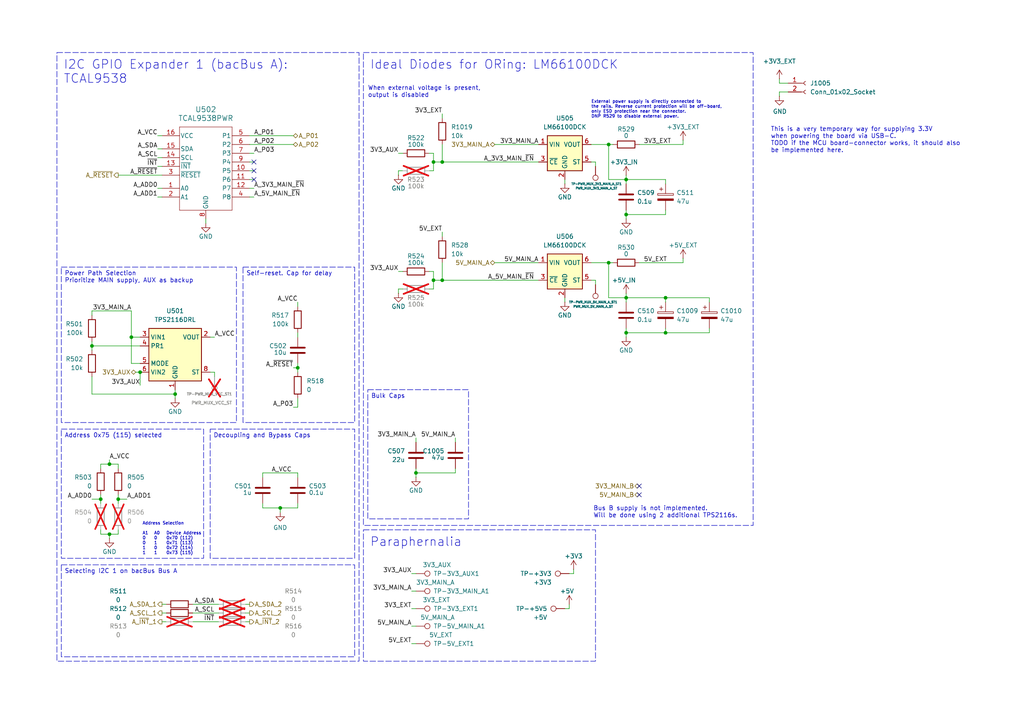
<source format=kicad_sch>
(kicad_sch (version 20231120) (generator "eeschema") (generator_version "8.0")
  (paper "A4")
  (title_block (title "bac SBC Raspberry Pi CM5 Carrier Board v1") (date "2025-03-23") (rev "1") (company "Build a CubeSat") (comment 1 "Original: P. Colangeli, respin: M. Imboden") (comment 2 "CERN-OHL-S-2.0") (comment 3 "https://buildacubesat.space") (comment 4 "Respun from \"CM5 MINIMA REV2\" by Pierluigi Colangeli") (comment 5 "https://github.com/piecol/CM5_MINIMA_REV2") (comment 6 "Thanks, Pier!"))
  (lib_symbols
    (symbol "Connector:Conn_01x02_Socket" (pin_names (offset 1.016) hide)
      (property "Reference" "J" (at 0 2.54 0))
      (property "Value" "Conn_01x02_Socket" (at 0 -5.08 0))
      (symbol "Conn_01x02_Socket_1_1"
        (arc (start 0 -2.032) (mid -0.5058 -2.54) (end 0 -3.048) (stroke (width 0.1524)))
        (polyline (pts (xy -1.27 -2.54) (xy -0.508 -2.54)) (stroke (width 0.1524)))
        (polyline (pts (xy -1.27 0) (xy -0.508 0)) (stroke (width 0.1524)))
        (arc (start 0 0.508) (mid -0.5058 0) (end 0 -0.508) (stroke (width 0.1524)))
        (pin passive line (at -5.08 0 0) (length 3.81) (name "Pin_1") (number "1"))
        (pin passive line (at -5.08 -2.54 0) (length 3.81) (name "Pin_2") (number "2"))
      )
    )
    (symbol "Connector:TestPoint" (pin_numbers hide) (pin_names (offset 0.762) hide)
      (property "Reference" "TP" (at 0 6.858 0))
      (property "Value" "TestPoint" (at 0 5.08 0))
      (symbol "TestPoint_0_1"
        (circle (center 0 3.302) (radius 0.762))
      )
      (symbol "TestPoint_1_1"
        (pin passive line (at 0 0 90) (length 2.54) (name "1") (number "1"))
      )
    )
    (symbol "Device:C" (pin_numbers hide) (pin_names (offset 0.254))
      (property "Reference" "C" (at 0.635 2.54 0))
      (property "Value" "C" (at 0.635 -2.54 0))
      (symbol "C_0_1"
        (polyline (pts (xy -2.032 -0.762) (xy 2.032 -0.762)) (stroke (width 0.508)))
        (polyline (pts (xy -2.032 0.762) (xy 2.032 0.762)) (stroke (width 0.508)))
      )
      (symbol "C_1_1"
        (pin passive line (at 0 3.81 270) (length 2.794) (name "~") (number "1"))
        (pin passive line (at 0 -3.81 90) (length 2.794) (name "~") (number "2"))
      )
    )
    (symbol "Device:C_Polarized" (pin_numbers hide) (pin_names (offset 0.254))
      (property "Reference" "C" (at 0.635 2.54 0))
      (property "Value" "C_Polarized" (at 0.635 -2.54 0))
      (symbol "C_Polarized_0_1"
        (rectangle (start -2.286 0.508) (end 2.286 1.016))
        (polyline (pts (xy -1.778 2.286) (xy -0.762 2.286)))
        (polyline (pts (xy -1.27 2.794) (xy -1.27 1.778)))
        (rectangle (start 2.286 -0.508) (end -2.286 -1.016) (fill (type outline)))
      )
      (symbol "C_Polarized_1_1"
        (pin passive line (at 0 3.81 270) (length 2.794) (name "~") (number "1"))
        (pin passive line (at 0 -3.81 90) (length 2.794) (name "~") (number "2"))
      )
    )
    (symbol "Device:R" (pin_numbers hide) (pin_names (offset 0))
      (property "Reference" "R" (at 2.032 0 90))
      (property "Value" "R" (at 0 0 90))
      (symbol "R_0_1"
        (rectangle (start -1.016 -2.54) (end 1.016 2.54) (stroke (width 0.254)))
      )
      (symbol "R_1_1"
        (pin passive line (at 0 3.81 270) (length 1.27) (name "~") (number "1"))
        (pin passive line (at 0 -3.81 90) (length 1.27) (name "~") (number "2"))
      )
    )
    (symbol "Power_Management:LM66100DCK"
      (property "Reference" "U" (at -5.08 6.096 0))
      (property "Value" "LM66100DCK" (at 0.254 -6.35 0))
      (symbol "LM66100DCK_0_1"
        (rectangle (start -5.08 5.08) (end 5.08 -5.08) (stroke (width 0.254)) (fill (type background)))
      )
      (symbol "LM66100DCK_1_1"
        (pin power_in line (at -7.62 2.54 0) (length 2.54) (name "VIN") (number "1"))
        (pin power_in line (at 0 -7.62 90) (length 2.54) (name "GND") (number "2"))
        (pin input line (at -7.62 -2.54 0) (length 2.54) (name "~{CE}") (number "3"))
        (pin no_connect line (at 0 5.08 270) (length 2.54) hide (name "NC") (number "4"))
        (pin open_collector line (at 7.62 -2.54 180) (length 2.54) (name "ST") (number "5"))
        (pin power_out line (at 7.62 2.54 180) (length 2.54) (name "VOUT") (number "6"))
      )
    )
    (symbol "bac MicroMod Main Board v1:TI TCAL9538PWR" (pin_names (offset 0.254))
      (property "Reference" "U" (at 0 17.78 0))
      (property "Value" "TI TCAL9538PWR" (at 0 15.24 0))
      (symbol "TI TCAL9538PWR_0_1"
        (polyline (pts (xy -7.62 -11.43) (xy -7.62 12.7)) (stroke (width 0.127)))
        (polyline (pts (xy -7.62 12.7) (xy 7.62 12.7)) (stroke (width 0.127)))
        (polyline (pts (xy 7.62 -11.43) (xy -7.62 -11.43)) (stroke (width 0.127)))
        (polyline (pts (xy 7.62 12.7) (xy 7.62 -11.43)) (stroke (width 0.127)))
        (pin input line (at -12.7 -5.08 0) (length 5.08) (name "A0") (number "1"))
        (pin bidirectional line (at 12.7 0 180) (length 5.08) (name "P5") (number "10"))
        (pin bidirectional line (at 12.7 -2.54 180) (length 5.08) (name "P6") (number "11"))
        (pin bidirectional line (at 12.7 -5.08 180) (length 5.08) (name "P7") (number "12"))
        (pin input line (at -12.7 3.81 0) (length 5.08) (name "SCL") (number "14"))
        (pin bidirectional line (at -12.7 6.35 0) (length 5.08) (name "SDA") (number "15"))
        (pin power_in line (at -12.7 10.16 0) (length 5.08) (name "VCC") (number "16"))
        (pin input line (at -12.7 -7.62 0) (length 5.08) (name "A1") (number "2"))
        (pin bidirectional line (at 12.7 10.16 180) (length 5.08) (name "P1") (number "5"))
        (pin bidirectional line (at 12.7 7.62 180) (length 5.08) (name "P2") (number "6"))
        (pin bidirectional line (at 12.7 5.08 180) (length 5.08) (name "P3") (number "7"))
        (pin bidirectional line (at 12.7 2.54 180) (length 5.08) (name "P4") (number "9"))
      )
      (symbol "TI TCAL9538PWR_1_1"
        (pin output line (at -12.7 1.27 0) (length 5.08) (name "~{INT}") (number "13"))
        (pin input line (at -12.7 -1.27 0) (length 5.08) (name "~{RESET}") (number "3"))
        (pin bidirectional line (at 12.7 -7.62 180) (length 5.08) (name "P8") (number "4"))
        (pin power_in line (at 0 -13.97 90) (length 2.54) (name "GND") (number "8"))
      )
    )
    (symbol "bac MicroMod Main Board v1:TI TPS2116DRL"
      (property "Reference" "U" (at -7.874 9.144 0))
      (property "Value" "TI TPS2116DRL" (at 0.508 -8.89 0))
      (symbol "TI TPS2116DRL_0_1"
        (rectangle (start -7.62 7.62) (end 7.62 -7.62) (stroke (width 0.254)) (fill (type background)))
      )
      (symbol "TI TPS2116DRL_1_0"
        (pin power_out line (at 10.16 5.08 180) (length 2.54) hide (name "VOUT") (number "7"))
      )
      (symbol "TI TPS2116DRL_1_1"
        (pin power_in line (at 0 -10.16 90) (length 2.54) (name "GND") (number "1"))
        (pin power_out line (at 10.16 5.08 180) (length 2.54) (name "VOUT") (number "2"))
        (pin power_in line (at -10.16 5.08 0) (length 2.54) (name "VIN1") (number "3"))
        (pin input line (at -10.16 2.54 0) (length 2.54) (name "PR1") (number "4"))
        (pin input line (at -10.16 -2.54 0) (length 2.54) (name "MODE") (number "5"))
        (pin power_in line (at -10.16 -5.08 0) (length 2.54) (name "VIN2") (number "6"))
        (pin open_collector line (at 10.16 -5.08 180) (length 2.54) (name "ST") (number "8"))
      )
    )
    (symbol "power:+3.3V" (power) (pin_numbers hide) (pin_names (offset 0) hide)
      (property "Value" "+3.3V" (at 0 3.556 0))
      (symbol "+3.3V_0_1"
        (polyline (pts (xy -0.762 1.27) (xy 0 2.54)))
        (polyline (pts (xy 0 0) (xy 0 2.54)))
        (polyline (pts (xy 0 2.54) (xy 0.762 1.27)))
      )
      (symbol "+3.3V_1_1"
        (pin power_in line (at 0 0 90) (length 0) (name "~") (number "1"))
      )
    )
    (symbol "power:+5V" (power) (pin_numbers hide) (pin_names (offset 0) hide)
      (property "Value" "+5V" (at 0 3.556 0))
      (symbol "+5V_0_1"
        (polyline (pts (xy -0.762 1.27) (xy 0 2.54)))
        (polyline (pts (xy 0 0) (xy 0 2.54)))
        (polyline (pts (xy 0 2.54) (xy 0.762 1.27)))
      )
      (symbol "+5V_1_1"
        (pin power_in line (at 0 0 90) (length 0) (name "~") (number "1"))
      )
    )
    (symbol "power:GND" (power) (pin_numbers hide) (pin_names (offset 0) hide)
      (property "Value" "GND" (at 0 -3.81 0))
      (symbol "GND_0_1"
        (polyline (pts (xy 0 0) (xy 0 -1.27) (xy 1.27 -1.27) (xy 0 -2.54) (xy -1.27 -1.27) (xy 0 -1.27)))
      )
      (symbol "GND_1_1"
        (pin power_in line (at 0 0 270) (length 0) (name "~") (number "1"))
      )
    )
  )
  (junction (at 38.1 97.79))
  (junction (at 193.04 96.52))
  (junction (at 128.27 81.28))
  (junction (at 181.61 86.36))
  (junction (at 86.36 106.68))
  (junction (at 181.61 52.07))
  (junction (at 50.8 114.3))
  (junction (at 193.04 86.36))
  (junction (at 125.73 46.99))
  (junction (at 26.67 100.33))
  (junction (at 128.27 46.99))
  (junction (at 176.53 41.91))
  (junction (at 40.64 107.95))
  (junction (at 31.75 154.94))
  (junction (at 31.75 134.62))
  (junction (at 120.65 137.16))
  (junction (at 125.73 81.28))
  (junction (at 181.61 62.23))
  (junction (at 34.29 144.78))
  (junction (at 29.21 144.78))
  (junction (at 81.28 147.32))
  (junction (at 176.53 76.2))
  (junction (at 181.61 96.52))
  (no_connect (at 73.66 52.07))
  (no_connect (at 185.42 143.51))
  (no_connect (at 73.66 46.99))
  (no_connect (at 185.42 140.97))
  (no_connect (at 73.66 49.53))
  (wire (pts (xy 50.8 115.57) (xy 50.8 114.3)))
  (wire (pts (xy 38.1 90.17) (xy 38.1 97.79)))
  (wire (pts (xy 60.96 107.95) (xy 62.23 107.95)))
  (wire (pts (xy 163.83 53.34) (xy 163.83 52.07)))
  (wire (pts (xy 26.67 114.3) (xy 50.8 114.3)))
  (wire (pts (xy 128.27 41.91) (xy 128.27 46.99)))
  (wire (pts (xy 50.8 113.03) (xy 50.8 114.3)))
  (wire (pts (xy 29.21 153.67) (xy 29.21 154.94)))
  (wire (pts (xy 156.21 41.91) (xy 143.51 41.91)))
  (wire (pts (xy 85.09 106.68) (xy 86.36 106.68)))
  (wire (pts (xy 176.53 76.2) (xy 177.8 76.2)))
  (wire (pts (xy 86.36 106.68) (xy 86.36 107.95)))
  (wire (pts (xy 125.73 46.99) (xy 128.27 46.99)))
  (wire (pts (xy 226.06 26.67) (xy 228.6 26.67)))
  (wire (pts (xy 26.67 91.44) (xy 26.67 90.17)))
  (wire (pts (xy 29.21 134.62) (xy 31.75 134.62)))
  (wire (pts (xy 26.67 109.22) (xy 26.67 114.3)))
  (wire (pts (xy 185.42 41.91) (xy 198.12 41.91)))
  (wire (pts (xy 132.08 127) (xy 132.08 128.27)))
  (wire (pts (xy 31.75 133.35) (xy 31.75 134.62)))
  (wire (pts (xy 76.2 137.16) (xy 76.2 138.43)))
  (wire (pts (xy 45.72 48.26) (xy 46.99 48.26)))
  (wire (pts (xy 125.73 78.74) (xy 125.73 81.28)))
  (wire (pts (xy 120.65 137.16) (xy 120.65 138.43)))
  (wire (pts (xy 29.21 135.89) (xy 29.21 134.62)))
  (wire (pts (xy 128.27 33.02) (xy 128.27 34.29)))
  (wire (pts (xy 171.45 81.28) (xy 172.72 81.28)))
  (wire (pts (xy 181.61 85.09) (xy 181.61 86.36)))
  (wire (pts (xy 171.45 76.2) (xy 176.53 76.2)))
  (wire (pts (xy 72.39 54.61) (xy 73.66 54.61)))
  (wire (pts (xy 193.04 86.36) (xy 193.04 87.63)))
  (wire (pts (xy 29.21 144.78) (xy 29.21 146.05)))
  (wire (pts (xy 181.61 63.5) (xy 181.61 62.23)))
  (wire (pts (xy 116.84 49.53) (xy 115.57 49.53)))
  (wire (pts (xy 34.29 143.51) (xy 34.29 144.78)))
  (wire (pts (xy 181.61 96.52) (xy 181.61 95.25)))
  (wire (pts (xy 119.38 171.45) (xy 120.65 171.45)))
  (wire (pts (xy 181.61 86.36) (xy 193.04 86.36)))
  (wire (pts (xy 46.99 180.34) (xy 48.26 180.34)))
  (wire (pts (xy 124.46 44.45) (xy 125.73 44.45)))
  (wire (pts (xy 165.1 166.37) (xy 166.37 166.37)))
  (wire (pts (xy 176.53 41.91) (xy 177.8 41.91)))
  (wire (pts (xy 120.65 127) (xy 120.65 128.27)))
  (wire (pts (xy 193.04 96.52) (xy 205.74 96.52)))
  (wire (pts (xy 205.74 86.36) (xy 205.74 87.63)))
  (wire (pts (xy 72.39 52.07) (xy 73.66 52.07)))
  (wire (pts (xy 38.1 105.41) (xy 38.1 97.79)))
  (wire (pts (xy 76.2 147.32) (xy 81.28 147.32)))
  (wire (pts (xy 40.64 105.41) (xy 38.1 105.41)))
  (wire (pts (xy 26.67 99.06) (xy 26.67 100.33)))
  (wire (pts (xy 176.53 52.07) (xy 181.61 52.07)))
  (wire (pts (xy 193.04 52.07) (xy 193.04 53.34)))
  (wire (pts (xy 163.83 87.63) (xy 163.83 86.36)))
  (wire (pts (xy 166.37 166.37) (xy 166.37 165.1)))
  (wire (pts (xy 71.12 175.26) (xy 72.39 175.26)))
  (wire (pts (xy 128.27 81.28) (xy 156.21 81.28)))
  (wire (pts (xy 181.61 50.8) (xy 181.61 52.07)))
  (wire (pts (xy 115.57 83.82) (xy 115.57 85.09)))
  (wire (pts (xy 120.65 137.16) (xy 132.08 137.16)))
  (wire (pts (xy 172.72 81.28) (xy 172.72 82.55)))
  (wire (pts (xy 181.61 52.07) (xy 193.04 52.07)))
  (wire (pts (xy 76.2 146.05) (xy 76.2 147.32)))
  (wire (pts (xy 71.12 180.34) (xy 72.39 180.34)))
  (wire (pts (xy 181.61 52.07) (xy 181.61 53.34)))
  (wire (pts (xy 205.74 96.52) (xy 205.74 95.25)))
  (wire (pts (xy 125.73 46.99) (xy 125.73 49.53)))
  (wire (pts (xy 124.46 78.74) (xy 125.73 78.74)))
  (wire (pts (xy 115.57 44.45) (xy 116.84 44.45)))
  (wire (pts (xy 34.29 144.78) (xy 34.29 146.05)))
  (wire (pts (xy 34.29 134.62) (xy 34.29 135.89)))
  (wire (pts (xy 31.75 134.62) (xy 34.29 134.62)))
  (wire (pts (xy 46.99 177.8) (xy 48.26 177.8)))
  (wire (pts (xy 181.61 86.36) (xy 181.61 87.63)))
  (wire (pts (xy 176.53 76.2) (xy 176.53 86.36)))
  (wire (pts (xy 86.36 96.52) (xy 86.36 97.79)))
  (wire (pts (xy 181.61 62.23) (xy 193.04 62.23)))
  (wire (pts (xy 86.36 115.57) (xy 86.36 118.11)))
  (wire (pts (xy 71.12 177.8) (xy 72.39 177.8)))
  (wire (pts (xy 39.37 107.95) (xy 40.64 107.95)))
  (wire (pts (xy 115.57 78.74) (xy 116.84 78.74)))
  (wire (pts (xy 181.61 62.23) (xy 181.61 60.96)))
  (wire (pts (xy 55.88 180.34) (xy 63.5 180.34)))
  (wire (pts (xy 176.53 41.91) (xy 171.45 41.91)))
  (wire (pts (xy 29.21 143.51) (xy 29.21 144.78)))
  (wire (pts (xy 124.46 49.53) (xy 125.73 49.53)))
  (wire (pts (xy 86.36 147.32) (xy 86.36 146.05)))
  (wire (pts (xy 193.04 95.25) (xy 193.04 96.52)))
  (wire (pts (xy 125.73 81.28) (xy 125.73 83.82)))
  (wire (pts (xy 198.12 76.2) (xy 185.42 76.2)))
  (wire (pts (xy 163.83 176.53) (xy 165.1 176.53)))
  (wire (pts (xy 125.73 81.28) (xy 128.27 81.28)))
  (wire (pts (xy 226.06 26.67) (xy 226.06 27.94)))
  (wire (pts (xy 72.39 49.53) (xy 73.66 49.53)))
  (wire (pts (xy 226.06 22.86) (xy 226.06 24.13)))
  (wire (pts (xy 45.72 39.37) (xy 46.99 39.37)))
  (wire (pts (xy 55.88 175.26) (xy 63.5 175.26)))
  (wire (pts (xy 172.72 46.99) (xy 172.72 48.26)))
  (wire (pts (xy 171.45 46.99) (xy 172.72 46.99)))
  (wire (pts (xy 86.36 87.63) (xy 86.36 88.9)))
  (wire (pts (xy 165.1 176.53) (xy 165.1 175.26)))
  (wire (pts (xy 40.64 107.95) (xy 40.64 111.76)))
  (wire (pts (xy 198.12 74.93) (xy 198.12 76.2)))
  (wire (pts (xy 156.21 76.2) (xy 143.51 76.2)))
  (wire (pts (xy 193.04 86.36) (xy 205.74 86.36)))
  (wire (pts (xy 46.99 175.26) (xy 48.26 175.26)))
  (wire (pts (xy 119.38 186.69) (xy 120.65 186.69)))
  (wire (pts (xy 34.29 144.78) (xy 36.83 144.78)))
  (wire (pts (xy 45.72 57.15) (xy 46.99 57.15)))
  (wire (pts (xy 128.27 67.31) (xy 128.27 68.58)))
  (wire (pts (xy 116.84 83.82) (xy 115.57 83.82)))
  (wire (pts (xy 86.36 137.16) (xy 86.36 138.43)))
  (wire (pts (xy 59.69 63.5) (xy 59.69 64.77)))
  (wire (pts (xy 45.72 43.18) (xy 46.99 43.18)))
  (wire (pts (xy 72.39 39.37) (xy 85.09 39.37)))
  (wire (pts (xy 72.39 41.91) (xy 85.09 41.91)))
  (wire (pts (xy 176.53 41.91) (xy 176.53 52.07)))
  (wire (pts (xy 119.38 176.53) (xy 120.65 176.53)))
  (wire (pts (xy 86.36 118.11) (xy 85.09 118.11)))
  (wire (pts (xy 26.67 144.78) (xy 29.21 144.78)))
  (wire (pts (xy 115.57 49.53) (xy 115.57 50.8)))
  (wire (pts (xy 55.88 177.8) (xy 63.5 177.8)))
  (wire (pts (xy 26.67 100.33) (xy 26.67 101.6)))
  (wire (pts (xy 76.2 137.16) (xy 86.36 137.16)))
  (wire (pts (xy 81.28 147.32) (xy 81.28 148.59)))
  (wire (pts (xy 128.27 46.99) (xy 156.21 46.99)))
  (wire (pts (xy 34.29 50.8) (xy 46.99 50.8)))
  (wire (pts (xy 26.67 90.17) (xy 38.1 90.17)))
  (wire (pts (xy 26.67 100.33) (xy 40.64 100.33)))
  (wire (pts (xy 31.75 154.94) (xy 34.29 154.94)))
  (wire (pts (xy 38.1 97.79) (xy 40.64 97.79)))
  (wire (pts (xy 119.38 181.61) (xy 120.65 181.61)))
  (wire (pts (xy 73.66 44.45) (xy 72.39 44.45)))
  (wire (pts (xy 125.73 44.45) (xy 125.73 46.99)))
  (wire (pts (xy 62.23 107.95) (xy 62.23 109.22)))
  (wire (pts (xy 45.72 45.72) (xy 46.99 45.72)))
  (wire (pts (xy 176.53 86.36) (xy 181.61 86.36)))
  (wire (pts (xy 72.39 57.15) (xy 73.66 57.15)))
  (wire (pts (xy 128.27 76.2) (xy 128.27 81.28)))
  (wire (pts (xy 34.29 154.94) (xy 34.29 153.67)))
  (wire (pts (xy 60.96 97.79) (xy 62.23 97.79)))
  (wire (pts (xy 119.38 166.37) (xy 120.65 166.37)))
  (wire (pts (xy 124.46 83.82) (xy 125.73 83.82)))
  (wire (pts (xy 120.65 135.89) (xy 120.65 137.16)))
  (wire (pts (xy 86.36 105.41) (xy 86.36 106.68)))
  (wire (pts (xy 198.12 40.64) (xy 198.12 41.91)))
  (wire (pts (xy 181.61 96.52) (xy 193.04 96.52)))
  (wire (pts (xy 181.61 97.79) (xy 181.61 96.52)))
  (wire (pts (xy 29.21 154.94) (xy 31.75 154.94)))
  (wire (pts (xy 193.04 60.96) (xy 193.04 62.23)))
  (wire (pts (xy 45.72 54.61) (xy 46.99 54.61)))
  (wire (pts (xy 73.66 46.99) (xy 72.39 46.99)))
  (wire (pts (xy 81.28 147.32) (xy 86.36 147.32)))
  (wire (pts (xy 31.75 156.21) (xy 31.75 154.94)))
  (wire (pts (xy 132.08 137.16) (xy 132.08 135.89)))
  (wire (pts (xy 226.06 24.13) (xy 228.6 24.13)))
  (text_box "Paraphernalia" (at 105.41 153.67 0) (size 67.31 38.1) (stroke (width 0) (type dash)) (effects (font (size 2.54 2.54)) (justify left top)))
  (text_box "Power Path Selection\nPrioritize MAIN supply, AUX as backup" (at 17.78 77.47 0) (size 50.8 45.085) (stroke (width 0) (type dash)) (effects (font (size 1.27 1.27)) (justify left top)))
  (text_box "Selecting I2C 1 on bacBus Bus A" (at 17.78 163.83 0) (size 85.09 26.67) (stroke (width 0) (type dash)) (effects (font (size 1.27 1.27)) (justify left top)))
  (text_box "I2C GPIO Expander 1 (bacBus A): TCAL9538" (at 16.51 15.24 0) (size 87.63 176.53) (stroke (width 0) (type dash)) (effects (font (size 2.54 2.54)) (justify left top)))
  (text_box "Ideal Diodes for ORing: LM66100DCK" (at 105.41 15.24 0) (size 113.03 137.16) (stroke (width 0) (type dash)) (effects (font (size 2.54 2.54)) (justify left top)))
  (text_box "Self-reset. Cap for delay" (at 70.485 77.47 0) (size 32.385 45.085) (stroke (width 0) (type dash)) (effects (font (size 1.27 1.27)) (justify left top)))
  (text_box "Decoupling and Bypass Caps" (at 60.96 124.46 0) (size 41.91 37.465) (stroke (width 0) (type dash)) (effects (font (size 1.27 1.27)) (justify left top)))
  (text_box "Address 0x75 (115) selected" (at 17.78 124.46 0) (size 41.275 37.465) (stroke (width 0) (type dash)) (effects (font (size 1.27 1.27)) (justify left top)))
  (text_box "Bulk Caps" (at 106.68 113.03 0) (size 29.21 37.465) (stroke (width 0) (type dash)) (effects (font (size 1.27 1.27)) (justify left top)))
  (text "Address Selection\n\nA1	A0	Device Address\n0	0	0x70 (112)\n0	1	0x71 (113)\n1	0	0x72 (114)\n1	1	0x73 (115)" (at 41.275 156.21 0) (effects (font (size 0.889 0.889)) (justify left)))
  (text "When external voltage is present,\noutput is disabled" (at 106.68 26.67 0) (effects (font (size 1.27 1.27)) (justify left)))
  (text "Bus B supply is not implemented.\nWill be done using 2 additional TPS2116s." (at 172.085 148.59 0) (effects (font (size 1.27 1.27)) (justify left)))
  (text "This is a very temporary way for supplying 3.3V\nwhen powering the board via USB-C.\nTODO if the MCU board-connector works, it should also\nbe implemented here." (at 223.52 40.64 0) (effects (font (size 1.27 1.27)) (justify left)))
  (text "External power supply is directly connected to\nthe rails. Reverse current protection will be off-board,\nonly ESD protection near the connector.\nDNP R529 to disable external power." (at 171.45 31.75 0) (effects (font (size 0.889 0.889)) (justify left)))
  (label "A_VCC" (at 31.75 133.35 0))
  (label "A_SCL" (at 62.23 177.8 180) (effects (font (thickness 0.1588))))
  (label "3V3_MAIN_A" (at 38.1 90.17 180))
  (label "A_P03" (at 85.09 118.11 180) (effects (font (thickness 0.1588))))
  (label "A_VCC" (at 78.74 137.16 0))
  (label "~{INT}" (at 62.23 180.34 180) (effects (font (thickness 0.1588))))
  (label "A_ADD0" (at 45.72 54.61 180))
  (label "3V3_MAIN_A" (at 119.38 171.45 180))
  (label "3V3_EXT" (at 128.27 33.02 180))
  (label "A_ADD1" (at 45.72 57.15 180))
  (label "A_VCC" (at 86.36 87.63 180) (effects (font (thickness 0.1588))))
  (label "A_P02" (at 73.66 41.91 0) (effects (font (thickness 0.1588))))
  (label "A_~{RESET}" (at 45.72 50.8 180) (effects (font (thickness 0.1588))))
  (label "~{INT}" (at 45.72 48.26 180) (effects (font (thickness 0.1588))))
  (label "3V3_AUX" (at 115.57 44.45 180))
  (label "3V3_EXT" (at 119.38 176.53 180))
  (label "A_P03" (at 73.66 44.45 0) (effects (font (thickness 0.1588))))
  (label "5V_EXT" (at 186.69 76.2 0))
  (label "A_5V_MAIN_~{EN}" (at 154.94 81.28 180))
  (label "3V3_MAIN_A" (at 120.65 127 180))
  (label "A_~{RESET}" (at 85.09 106.68 180) (effects (font (thickness 0.1588))))
  (label "3V3_AUX" (at 115.57 78.74 180))
  (label "3V3_MAIN_A" (at 156.21 41.91 180))
  (label "A_VCC" (at 45.72 39.37 180) (effects (font (thickness 0.1588))))
  (label "5V_EXT" (at 119.38 186.69 180))
  (label "A_5V_MAIN_~{EN}" (at 73.66 57.15 0))
  (label "A_ADD0" (at 26.67 144.78 180))
  (label "3V3_AUX" (at 119.38 166.37 180))
  (label "A_SDA" (at 62.23 175.26 180) (effects (font (thickness 0.1588))))
  (label "A_ADD1" (at 36.83 144.78 0))
  (label "A_SDA" (at 45.72 43.18 180) (effects (font (thickness 0.1588))))
  (label "3V3_EXT" (at 186.69 41.91 0))
  (label "5V_MAIN_A" (at 119.38 181.61 180))
  (label "5V_MAIN_A" (at 156.21 76.2 180))
  (label "3V3_AUX" (at 40.64 111.76 180))
  (label "A_P01" (at 73.66 39.37 0) (effects (font (thickness 0.1588))))
  (label "5V_MAIN_A" (at 132.08 127 180))
  (label "A_SCL" (at 45.72 45.72 180) (effects (font (thickness 0.1588))))
  (label "A_VCC" (at 62.23 97.79 0) (effects (font (thickness 0.1588))))
  (label "A_3V3_MAIN_~{EN}" (at 73.66 54.61 0))
  (label "A_3V3_MAIN_~{EN}" (at 154.94 46.99 180))
  (label "5V_EXT" (at 128.27 67.31 180))
  (hierarchical_label "A_P02" (shape bidirectional) (at 85.09 41.91 0))
  (hierarchical_label "5V_MAIN_A" (shape bidirectional) (at 143.51 76.2 180))
  (hierarchical_label "A_SDA_1" (shape output) (at 46.99 175.26 180))
  (hierarchical_label "A_SCL_1" (shape output) (at 46.99 177.8 180))
  (hierarchical_label "A_~{RESET}" (shape output) (at 34.29 50.8 180))
  (hierarchical_label "A_SDA_2" (shape output) (at 72.39 175.26 0))
  (hierarchical_label "A_SCL_2" (shape output) (at 72.39 177.8 0))
  (hierarchical_label "3V3_MAIN_A" (shape bidirectional) (at 143.51 41.91 180))
  (hierarchical_label "A_P01" (shape bidirectional) (at 85.09 39.37 0))
  (hierarchical_label "3V3_AUX" (shape bidirectional) (at 39.37 107.95 180))
  (hierarchical_label "A_~{INT}_2" (shape output) (at 72.39 180.34 0))
  (hierarchical_label "A_~{INT}_1" (shape output) (at 46.99 180.34 180))
  (hierarchical_label "5V_MAIN_B" (shape bidirectional) (at 185.42 143.51 180))
  (hierarchical_label "3V3_MAIN_B" (shape bidirectional) (at 185.42 140.97 180))
  (symbol (lib_id "Device:R") (at 120.65 78.74 90) (unit 1)
    (property "Reference" "R524" (at 120.65 74.295 90))
    (property "Value" "100k" (at 120.65 76.2 90))
    (property "Footprint" "bac MicroMod Main Board v1:bac-R-0603-100k" (effects (hide yes)))
    (property "Description" "Resistor" (effects (hide yes)))
    (property "Series" "E96" (effects (hide yes)))
    (instances (project "bac-micromod-main-board-single-bus-double-function-v1" (path "" (reference "R524") (unit 1))) (project "" (path "" (reference "R1017") (unit 1))))
  )
  (symbol (lib_id "Connector:TestPoint") (at 172.72 48.26 180) (unit 1)
    (property "Reference" "TP-PWR_MUX_3V3_MAIN_A_ST1" (at 180.34 53.34 0) (effects (font (size 0.635 0.635)) (justify left)))
    (property "Value" "PWR_MUX_3V3_MAIN_A_ST" (at 179.07 54.61 0) (effects (font (size 0.635 0.635)) (justify left)))
    (property "Footprint" "TestPoint:TestPoint_Pad_D1.0mm" (effects (hide yes)))
    (property "Description" "Test Point" (effects (hide yes)))
  )
  (symbol (lib_id "power:+3.3V") (at 198.12 74.93 0) (unit 1)
    (property "Reference" "#PWR0527" (effects (hide yes)))
    (property "Value" "+5V_EXT" (at 198.12 71.12 0))
    (property "Description" "Power symbol creates a global label with name \"+3.3V\"" (effects (hide yes)))
    (instances (project "bac-micromod-main-board-single-bus-double-function-v1" (path "" (reference "#PWR0527") (unit 1))) (project "" (path "" (reference "#PWR01025") (unit 1))))
  )
  (symbol (lib_id "power:GND") (at 31.75 156.21 0) (unit 1)
    (property "Reference" "#PWR0502" (effects (hide yes)))
    (property "Value" "GND" (at 31.75 160.02 0))
    (property "Description" "Power symbol creates a global label with name \"GND\" , ground" (effects (hide yes)))
    (instances (project "bac-micromod-main-board-single-bus-double-function-v1" (path "" (reference "#PWR0502") (unit 1))) (project "" (path "" (reference "#PWR0102") (unit 1))))
  )
  (symbol (lib_id "Device:R") (at 120.65 83.82 270) (mirror x) (unit 1) (dnp yes)
    (property "Reference" "R525" (at 120.65 86.36 90))
    (property "Value" "100k" (at 120.65 88.265 90))
    (property "Footprint" "bac MicroMod Main Board v1:bac-R-0603-100k" (effects (hide yes)))
    (property "Description" "Resistor" (effects (hide yes)))
    (property "Series" "E96" (effects (hide yes)))
    (instances (project "bac-micromod-main-board-single-bus-double-function-v1" (path "" (reference "R525") (unit 1))) (project "" (path "" (reference "R1018") (unit 1))))
  )
  (symbol (lib_id "power:GND") (at 115.57 50.8 0) (unit 1)
    (property "Reference" "#PWR0514" (effects (hide yes)))
    (property "Value" "GND" (at 115.57 54.61 0))
    (property "Description" "Power symbol creates a global label with name \"GND\" , ground" (effects (hide yes)))
    (instances (project "bac-micromod-main-board-single-bus-double-function-v1" (path "" (reference "#PWR0514") (unit 1))) (project "" (path "" (reference "#PWR01006") (unit 1))))
  )
  (symbol (lib_id "power:+3.3V") (at 181.61 85.09 0) (unit 1)
    (property "Reference" "#PWR0524" (effects (hide yes)))
    (property "Value" "+5V_IN" (at 180.975 81.28 0))
    (property "Description" "Power symbol creates a global label with name \"+3.3V\"" (effects (hide yes)))
    (instances (project "bac-micromod-main-board-single-bus-double-function-v1" (path "" (reference "#PWR0524") (unit 1))) (project "" (path "" (reference "#PWR01022") (unit 1))))
  )
  (symbol (lib_id "power:+3.3V") (at 181.61 50.8 0) (unit 1)
    (property "Reference" "#PWR0522" (effects (hide yes)))
    (property "Value" "+3V3_IN" (at 180.975 46.99 0))
    (property "Description" "Power symbol creates a global label with name \"+3.3V\"" (effects (hide yes)))
    (instances (project "bac-micromod-main-board-single-bus-double-function-v1" (path "" (reference "#PWR0522") (unit 1))) (project "" (path "" (reference "#PWR01020") (unit 1))))
  )
  (symbol (lib_id "Power_Management:LM66100DCK") (at 163.83 78.74 0) (unit 1)
    (property "Reference" "U506" (at 163.83 68.58 0))
    (property "Value" "LM66100DCK" (at 163.83 71.12 0))
    (property "Footprint" "Package_TO_SOT_SMD:SOT-363_SC-70-6" (effects (hide yes)))
    (property "Datasheet" "https://www.ti.com/lit/ds/symlink/lm66100.pdf" (effects (hide yes)))
    (property "Description" "Ideal Diode With Input Polarity Protection 1.5 - 5.5V  Input Voltage, 1.5A Output Current, Ron 141 mOhm, SC-70-6" (effects (hide yes)))
    (instances (project "bac-micromod-main-board-single-bus-double-function-v1" (path "" (reference "U506") (unit 1))) (project "" (path "" (reference "U1004") (unit 1))))
  )
  (symbol (lib_id "Device:C") (at 76.2 142.24 0) (mirror y) (unit 1)
    (property "Reference" "C501" (at 73.025 140.97 0) (effects (justify left)))
    (property "Value" "1u" (at 73.025 142.875 0) (effects (justify left)))
    (property "Footprint" "bac MicroMod Main Board v1:bac-C-0603-1u" (effects (hide yes)))
    (property "Description" "Unpolarized capacitor" (effects (hide yes)))
    (property "Rated Voltage" "35V" (effects (hide yes)))
    (property "Temperature Coefficient" "X7R" (effects (hide yes)))
    (instances (project "bac-micromod-main-board-single-bus-double-function-v1" (path "" (reference "C501") (unit 1))) (project "" (path "" (reference "C1") (unit 1))))
  )
  (symbol (lib_id "Device:R") (at 86.36 111.76 0) (mirror y) (unit 1)
    (property "Reference" "R518" (at 88.9 110.4899 0) (effects (justify right)))
    (property "Value" "0" (at 88.9 113.0299 0) (effects (justify right)))
    (property "Footprint" "bac MicroMod Main Board v1:bac-R-0603-0" (effects (hide yes)))
    (property "Description" "Resistor" (effects (hide yes)))
    (property "Series" "E96" (effects (hide yes)))
    (instances (project "bac-micromod-main-board-single-bus-double-function-v1" (path "" (reference "R518") (unit 1))) (project "" (path "" (reference "R1014") (unit 1))))
  )
  (symbol (lib_id "power:+3.3V") (at 166.37 165.1 0) (unit 1)
    (property "Reference" "#PWR0517" (effects (hide yes)))
    (property "Value" "+3V3" (at 166.37 161.29 0))
    (property "Description" "Power symbol creates a global label with name \"+3.3V\"" (effects (hide yes)))
    (instances (project "bac-micromod-main-board-single-bus-double-function-v1" (path "" (reference "#PWR0517") (unit 1))) (project "" (path "" (reference "#PWR01019") (unit 1))))
  )
  (symbol (lib_id "Device:R") (at 128.27 72.39 0) (unit 1)
    (property "Reference" "R528" (at 130.81 71.1199 0) (effects (justify left)))
    (property "Value" "10k" (at 130.81 73.6599 0) (effects (justify left)))
    (property "Footprint" "bac MicroMod Main Board v1:bac-R-0603-10k" (effects (hide yes)))
    (property "Description" "Resistor" (effects (hide yes)))
    (property "Series" "E96" (effects (hide yes)))
    (instances (project "bac-micromod-main-board-single-bus-double-function-v1" (path "" (reference "R528") (unit 1))) (project "" (path "" (reference "R1020") (unit 1))))
  )
  (symbol (lib_id "power:GND") (at 181.61 63.5 0) (unit 1)
    (property "Reference" "#PWR0523" (effects (hide yes)))
    (property "Value" "GND" (at 181.61 67.31 0))
    (property "Description" "Power symbol creates a global label with name \"GND\" , ground" (effects (hide yes)))
    (instances (project "bac-micromod-main-board-single-bus-double-function-v1" (path "" (reference "#PWR0523") (unit 1))) (project "" (path "" (reference "#PWR01021") (unit 1))))
  )
  (symbol (lib_id "bac MicroMod Main Board v1:TI TPS2116DRL") (at 50.8 102.87 0) (unit 1)
    (property "Reference" "U501" (at 50.8 90.17 0))
    (property "Value" "TPS2116DRL" (at 50.8 92.71 0))
    (property "Footprint" "bac MicroMod Main Board v1:TI-TPS2116DRL" (effects (hide yes)))
    (property "Datasheet" "https://www.ti.com/lit/ds/symlink/tps2116.pdf" (effects (hide yes)))
    (property "Description" "2 Channnels Power Mux with Manual and Priority Switchover, 1.6-5.5V Input Voltage, 2.5A Output Current, Ron 40 mOhm, SOT-583-8" (effects (hide yes)))
    (instances (project "" (path "" (reference "U501") (unit 1))) (project "" (path "" (reference "U1") (unit 1))))
  )
  (symbol (lib_id "Device:R") (at 52.07 180.34 90) (unit 1) (on_board no) (dnp yes)
    (property "Reference" "R513" (at 34.29 181.61 90))
    (property "Value" "0" (at 34.29 184.15 90))
    (property "Footprint" "bac MicroMod Main Board v1:bac-R-0603-0" (effects (hide yes)))
    (property "Description" "Resistor" (effects (hide yes)))
    (property "Series" "E96" (effects (hide yes)))
    (instances (project "bac-micromod-main-board-single-bus-double-function-v1" (path "" (reference "R513") (unit 1))) (project "" (path "" (reference "R1009") (unit 1))))
  )
  (symbol (lib_id "Device:R") (at 86.36 92.71 0) (mirror y) (unit 1)
    (property "Reference" "R517" (at 83.82 91.4399 0) (effects (justify left)))
    (property "Value" "100k" (at 83.82 93.9799 0) (effects (justify left)))
    (property "Footprint" "bac MicroMod Main Board v1:bac-R-0603-100k" (effects (hide yes)))
    (property "Description" "Resistor" (effects (hide yes)))
    (property "Series" "E96" (effects (hide yes)))
    (instances (project "bac-micromod-main-board-single-bus-double-function-v1" (path "" (reference "R517") (unit 1))) (project "" (path "" (reference "R1013") (unit 1))))
  )
  (symbol (lib_id "Device:R") (at 181.61 41.91 90) (unit 1)
    (property "Reference" "R529" (at 181.61 37.465 90))
    (property "Value" "0" (at 181.61 39.37 90))
    (property "Footprint" "bac MicroMod Main Board v1:bac-R-0603-0" (effects (hide yes)))
    (property "Description" "Resistor" (effects (hide yes)))
    (property "Series" "E96" (effects (hide yes)))
    (instances (project "bac-micromod-main-board-single-bus-double-function-v1" (path "" (reference "R529") (unit 1))) (project "" (path "" (reference "R1021") (unit 1))))
  )
  (symbol (lib_id "power:GND") (at 226.06 27.94 0) (unit 1)
    (property "Reference" "#PWR01027" (effects (hide yes)))
    (property "Value" "GND" (at 226.187 32.3342 0))
    (property "Description" "Power symbol creates a global label with name \"GND\" , ground" (effects (hide yes)))
  )
  (symbol (lib_id "Device:C") (at 86.36 142.24 0) (unit 1)
    (property "Reference" "C503" (at 89.535 140.97 0) (effects (justify left)))
    (property "Value" "0.1u" (at 89.535 142.875 0) (effects (justify left)))
    (property "Footprint" "bac MicroMod Main Board v1:bac-C-0603-0.1u" (effects (hide yes)))
    (property "Description" "Unpolarized capacitor" (effects (hide yes)))
    (property "Height" "0.95mm" (effects (hide yes)))
    (property "Rated Voltage" "50V" (effects (hide yes)))
    (property "Temperature Coefficient" "X7R" (effects (hide yes)))
    (instances (project "bac-micromod-main-board-single-bus-double-function-v1" (path "" (reference "C503") (unit 1))) (project "" (path "" (reference "C1003") (unit 1))))
  )
  (symbol (lib_id "power:+3.3V") (at 165.1 175.26 0) (unit 1)
    (property "Reference" "#PWR0518" (effects (hide yes)))
    (property "Value" "+5V" (at 164.465 171.45 0))
    (property "Description" "Power symbol creates a global label with name \"+3.3V\"" (effects (hide yes)))
    (instances (project "bac-micromod-main-board-single-bus-double-function-v1" (path "" (reference "#PWR0518") (unit 1))) (project "" (path "" (reference "#PWR01014") (unit 1))))
  )
  (symbol (lib_id "Device:R") (at 34.29 139.7 0) (unit 1)
    (property "Reference" "R505" (at 36.83 138.4299 0) (effects (justify left)))
    (property "Value" "0" (at 36.83 140.9699 0) (effects (justify left)))
    (property "Footprint" "bac MicroMod Main Board v1:bac-R-0603-0" (effects (hide yes)))
    (property "Description" "Resistor" (effects (hide yes)))
    (property "Series" "E96" (effects (hide yes)))
    (instances (project "" (path "" (reference "R505") (unit 1))) (project "" (path "" (reference "R1005") (unit 1))))
  )
  (symbol (lib_id "Device:R") (at 29.21 149.86 0) (mirror y) (unit 1) (dnp yes)
    (property "Reference" "R504" (at 26.67 148.5899 0) (effects (justify left)))
    (property "Value" "0" (at 26.67 151.1299 0) (effects (justify left)))
    (property "Footprint" "bac MicroMod Main Board v1:bac-R-0603-0" (effects (hide yes)))
    (property "Description" "Resistor" (effects (hide yes)))
    (property "Series" "E96" (effects (hide yes)))
    (instances (project "bac-micromod-main-board-single-bus-double-function-v1" (path "" (reference "R504") (unit 1))) (project "" (path "" (reference "R1004") (unit 1))))
  )
  (symbol (lib_id "Device:R") (at 67.31 180.34 90) (unit 1) (in_bom no) (on_board no) (dnp yes)
    (property "Reference" "R516" (at 85.09 181.61 90))
    (property "Value" "0" (at 85.09 184.15 90))
    (property "Footprint" "bac MicroMod Main Board v1:bac-R-0603-0" (effects (hide yes)))
    (property "Description" "Resistor" (effects (hide yes)))
    (property "Series" "E96" (effects (hide yes)))
    (instances (project "bac-micromod-main-board-single-bus-double-function-v1" (path "" (reference "R516") (unit 1))) (project "" (path "" (reference "R1012") (unit 1))))
  )
  (symbol (lib_id "Device:C_Polarized") (at 193.04 57.15 0) (unit 1)
    (property "Reference" "C511" (at 196.215 55.88 0) (effects (justify left)))
    (property "Value" "47u" (at 196.215 58.42 0) (effects (justify left)))
    (property "Footprint" "bac MicroMod Main Board v1:bac-C-1411" (effects (hide yes)))
    (property "Datasheet" "https://datasheets.kyocera-avx.com/J-CAP.pdf" (effects (hide yes)))
    (property "Description" "47 µF Molded Tantalum Polymer Capacitor 16 V 1411 (3528 Metric), 1210 150mOhm @ 100kHz" (effects (hide yes)))
    (property "Rated Voltage" "25V" (effects (hide yes)))
    (property "Height" "1.8mm" (effects (hide yes)))
    (instances (project "bac-micromod-main-board-single-bus-double-function-v1" (path "" (reference "C511") (unit 1))) (project "" (path "" (reference "C1008") (unit 1))))
  )
  (symbol (lib_id "Device:C") (at 86.36 101.6 0) (mirror y) (unit 1)
    (property "Reference" "C502" (at 83.185 100.33 0) (effects (justify left)))
    (property "Value" "10u" (at 83.185 102.235 0) (effects (justify left)))
    (property "Footprint" "bac MicroMod Main Board v1:bac-C-0805-10u" (effects (hide yes)))
    (property "Description" "Unpolarized capacitor" (effects (hide yes)))
    (property "Rated Voltage" "25V" (effects (hide yes)))
    (property "Temperature Coefficient" "X7R " (effects (hide yes)))
    (instances (project "bac-micromod-main-board-single-bus-double-function-v1" (path "" (reference "C502") (unit 1))) (project "" (path "" (reference "C1002") (unit 1))))
  )
  (symbol (lib_id "power:GND") (at 120.65 138.43 0) (unit 1)
    (property "Reference" "#PWR0516" (effects (hide yes)))
    (property "Value" "GND" (at 120.65 142.24 0))
    (property "Description" "Power symbol creates a global label with name \"GND\" , ground" (effects (hide yes)))
    (instances (project "bac-micromod-main-board-single-bus-double-function-v1" (path "" (reference "#PWR0516") (unit 1))) (project "" (path "" (reference "#PWR01008") (unit 1))))
  )
  (symbol (lib_id "Device:R") (at 29.21 139.7 0) (mirror y) (unit 1)
    (property "Reference" "R503" (at 26.67 138.4299 0) (effects (justify left)))
    (property "Value" "0" (at 26.67 140.9699 0) (effects (justify left)))
    (property "Footprint" "bac MicroMod Main Board v1:bac-R-0603-0" (effects (hide yes)))
    (property "Description" "Resistor" (effects (hide yes)))
    (property "Series" "E96" (effects (hide yes)))
    (instances (project "bac-micromod-main-board-single-bus-double-function-v1" (path "" (reference "R503") (unit 1))) (project "" (path "" (reference "R1003") (unit 1))))
  )
  (symbol (lib_id "Connector:Conn_01x02_Socket") (at 233.68 24.13 0) (unit 1)
    (property "Reference" "J1005" (at 234.95 24.1299 0) (effects (justify left)))
    (property "Value" "Conn_01x02_Socket" (at 234.95 26.6699 0) (effects (justify left)))
    (property "Footprint" "Connector_PinHeader_2.54mm:PinHeader_1x02_P2.54mm_Vertical" (effects (hide yes)))
    (property "Description" "Generic connector, single row, 01x02, script generated" (effects (hide yes)))
  )
  (symbol (lib_id "Connector:TestPoint") (at 62.23 109.22 180) (unit 1) (exclude_from_sim yes) (in_bom no) (on_board no) (dnp yes)
    (property "Reference" "TP-PWR_MUX_VCC_ST1" (at 67.31 114.3 0) (effects (font (size 0.762 0.762)) (justify left)))
    (property "Value" "PWR_MUX_VCC_ST" (at 67.31 116.84 0) (effects (font (size 0.889 0.889)) (justify left)))
    (property "Footprint" "TestPoint:TestPoint_Pad_D1.0mm" (effects (hide yes)))
    (property "Description" "Test Point" (effects (hide yes)))
  )
  (symbol (lib_id "bac MicroMod Main Board v1:TI TCAL9538PWR") (at 59.69 49.53 0) (unit 1)
    (property "Reference" "U502" (at 59.69 31.75 0) (effects (font (size 1.524 1.524))))
    (property "Value" "TCAL9538PWR" (at 59.69 34.29 0) (effects (font (size 1.524 1.524))))
    (property "Footprint" "bac MicroMod Main Board v1:TI-TCAL9538PWR" (effects (hide yes)))
    (property "Datasheet" "https://www.ti.com/lit/ds/symlink/tcal9538.pdf" (effects (hide yes)))
    (property "Description" "I/O-Erweiterungen 8 I2C, SMBus 1 MHz 16-TSSOP" (effects (hide yes)))
    (instances (project "bac-micromod-main-board-single-bus-double-function-v1" (path "" (reference "U502") (unit 1))) (project "" (path "" (reference "U1002") (unit 1))))
  )
  (symbol (lib_id "Connector:TestPoint") (at 172.72 82.55 180) (unit 1)
    (property "Reference" "TP-PWR_MUX_5V_MAIN_A_ST1" (at 179.07 87.63 0) (effects (font (size 0.635 0.635)) (justify left)))
    (property "Value" "PWR_MUX_5V_MAIN_A_ST" (at 177.8 88.9 0) (effects (font (size 0.635 0.635)) (justify left)))
    (property "Footprint" "TestPoint:TestPoint_Pad_D1.0mm" (effects (hide yes)))
    (property "Description" "Test Point" (effects (hide yes)))
  )
  (symbol (lib_id "power:GND") (at 50.8 115.57 0) (unit 1)
    (property "Reference" "#PWR0506" (effects (hide yes)))
    (property "Value" "GND" (at 50.8 119.38 0))
    (property "Description" "Power symbol creates a global label with name \"GND\" , ground" (effects (hide yes)))
    (instances (project "bac-micromod-main-board-single-bus-double-function-v1" (path "" (reference "#PWR0506") (unit 1))) (project "" (path "" (reference "#PWR01002") (unit 1))))
  )
  (symbol (lib_id "Device:C") (at 132.08 132.08 0) (mirror y) (unit 1)
    (property "Reference" "C1005" (at 128.905 130.81 0) (effects (justify left)))
    (property "Value" "47u" (at 128.905 132.715 0) (effects (justify left)))
    (property "Footprint" "bac MicroMod Main Board v1:bac-C-0805-10u" (effects (hide yes)))
    (property "Description" "Unpolarized capacitor" (effects (hide yes)))
    (property "Rated Voltage" "25V" (effects (hide yes)))
    (property "Temperature Coefficient" "X7R " (effects (hide yes)))
  )
  (symbol (lib_id "Device:R") (at 120.65 44.45 90) (unit 1)
    (property "Reference" "R522" (at 120.65 40.005 90))
    (property "Value" "100k" (at 120.65 41.91 90))
    (property "Footprint" "bac MicroMod Main Board v1:bac-R-0603-100k" (effects (hide yes)))
    (property "Description" "Resistor" (effects (hide yes)))
    (property "Series" "E96" (effects (hide yes)))
    (instances (project "bac-micromod-main-board-single-bus-double-function-v1" (path "" (reference "R522") (unit 1))) (project "" (path "" (reference "R1015") (unit 1))))
  )
  (symbol (lib_id "power:GND") (at 163.83 53.34 0) (unit 1)
    (property "Reference" "#PWR0520" (effects (hide yes)))
    (property "Value" "GND" (at 163.83 57.15 0))
    (property "Description" "Power symbol creates a global label with name \"GND\" , ground" (effects (hide yes)))
    (instances (project "bac-micromod-main-board-single-bus-double-function-v1" (path "" (reference "#PWR0520") (unit 1))) (project "" (path "" (reference "#PWR01009") (unit 1))))
  )
  (symbol (lib_id "power:+5V") (at 226.06 22.86 0) (unit 1)
    (property "Reference" "#PWR01026" (effects (hide yes)))
    (property "Value" "+3V3_EXT" (at 226.06 17.78 0))
    (property "Description" "Power symbol creates a global label with name \"+5V\"" (effects (hide yes)))
  )
  (symbol (lib_id "Connector:TestPoint") (at 165.1 166.37 90) (unit 1)
    (property "Reference" "TP-+3V3" (at 160.02 166.37 90) (effects (justify left)))
    (property "Value" "+3V3" (at 160.02 168.91 90) (effects (justify left)))
    (property "Footprint" "TestPoint:TestPoint_Pad_D1.0mm" (effects (hide yes)))
    (property "Description" "Test Point" (effects (hide yes)))
    (instances (project "bac-micromod-main-board-single-bus-double-function-v1" (path "" (reference "TP-+3V3") (unit 1))) (project "" (path "" (reference "TP-+3V1") (unit 1))))
  )
  (symbol (lib_id "Device:C_Polarized") (at 193.04 91.44 0) (unit 1)
    (property "Reference" "C1009" (at 196.215 90.17 0) (effects (justify left)))
    (property "Value" "47u" (at 196.215 92.71 0) (effects (justify left)))
    (property "Footprint" "bac MicroMod Main Board v1:bac-C-1411" (effects (hide yes)))
    (property "Datasheet" "https://datasheets.kyocera-avx.com/J-CAP.pdf" (effects (hide yes)))
    (property "Description" "47 µF Molded Tantalum Polymer Capacitor 16 V 1411 (3528 Metric), 1210 150mOhm @ 100kHz" (effects (hide yes)))
    (property "Rated Voltage" "25V" (effects (hide yes)))
    (property "Height" "1.8mm" (effects (hide yes)))
  )
  (symbol (lib_id "Device:R") (at 34.29 149.86 0) (unit 1) (dnp yes)
    (property "Reference" "R506" (at 36.83 148.5899 0) (effects (justify left)))
    (property "Value" "0" (at 36.83 151.1299 0) (effects (justify left)))
    (property "Footprint" "bac MicroMod Main Board v1:bac-R-0603-0" (effects (hide yes)))
    (property "Description" "Resistor" (effects (hide yes)))
    (property "Series" "E96" (effects (hide yes)))
    (instances (project "bac-micromod-main-board-single-bus-double-function-v1" (path "" (reference "R506") (unit 1))) (project "" (path "" (reference "R1006") (unit 1))))
  )
  (symbol (lib_id "power:GND") (at 181.61 97.79 0) (unit 1)
    (property "Reference" "#PWR0525" (effects (hide yes)))
    (property "Value" "GND" (at 181.61 101.6 0))
    (property "Description" "Power symbol creates a global label with name \"GND\" , ground" (effects (hide yes)))
    (instances (project "bac-micromod-main-board-single-bus-double-function-v1" (path "" (reference "#PWR0525") (unit 1))) (project "" (path "" (reference "#PWR01023") (unit 1))))
  )
  (symbol (lib_id "power:GND") (at 59.69 64.77 0) (mirror y) (unit 1)
    (property "Reference" "#PWR0507" (effects (hide yes)))
    (property "Value" "GND" (at 59.69 68.58 0))
    (property "Description" "Power symbol creates a global label with name \"GND\" , ground" (effects (hide yes)))
    (instances (project "bac-micromod-main-board-single-bus-double-function-v1" (path "" (reference "#PWR0507") (unit 1))) (project "" (path "" (reference "#PWR01003") (unit 1))))
  )
  (symbol (lib_id "Device:R") (at 52.07 177.8 90) (unit 1)
    (property "Reference" "R512" (at 34.29 176.53 90))
    (property "Value" "0" (at 34.29 179.07 90))
    (property "Footprint" "bac MicroMod Main Board v1:bac-R-0603-0" (effects (hide yes)))
    (property "Description" "Resistor" (effects (hide yes)))
    (property "Series" "E96" (effects (hide yes)))
    (instances (project "bac-micromod-main-board-single-bus-double-function-v1" (path "" (reference "R512") (unit 1))) (project "" (path "" (reference "R1008") (unit 1))))
  )
  (symbol (lib_id "Device:R") (at 67.31 177.8 90) (unit 1) (in_bom no) (dnp yes)
    (property "Reference" "R515" (at 85.09 176.53 90))
    (property "Value" "0" (at 85.09 179.07 90))
    (property "Footprint" "bac MicroMod Main Board v1:bac-R-0603-0" (effects (hide yes)))
    (property "Description" "Resistor" (effects (hide yes)))
    (property "Series" "E96" (effects (hide yes)))
    (instances (project "bac-micromod-main-board-single-bus-double-function-v1" (path "" (reference "R515") (unit 1))) (project "" (path "" (reference "R1011") (unit 1))))
  )
  (symbol (lib_id "Device:C") (at 120.65 132.08 0) (mirror y) (unit 1)
    (property "Reference" "C507" (at 117.475 130.81 0) (effects (justify left)))
    (property "Value" "22u" (at 117.475 133.35 0) (effects (justify left)))
    (property "Footprint" "Capacitor_SMD:C_1210_3225Metric" (effects (hide yes)))
    (property "Description" "22 µF ±20% 25V Ceramic Capacitor X7R 1210 (3225 Metric)" (effects (hide yes)))
    (property "Rated Voltage" "25V" (effects (hide yes)))
    (property "Height" "2.8mm" (effects (hide yes)))
    (instances (project "bac-micromod-main-board-single-bus-double-function" (path "" (reference "C507") (unit 1))) (project "" (path "" (reference "C1004") (unit 1))))
  )
  (symbol (lib_id "Connector:TestPoint") (at 120.65 171.45 270) (unit 1)
    (property "Reference" "TP-3V3_MAIN_A1" (at 125.73 171.45 90) (effects (justify left)))
    (property "Value" "3V3_MAIN_A" (at 120.65 168.91 90) (effects (justify left)))
    (property "Footprint" "TestPoint:TestPoint_Pad_D1.0mm" (effects (hide yes)))
    (property "Description" "Test Point" (effects (hide yes)))
  )
  (symbol (lib_id "Device:R") (at 26.67 105.41 0) (unit 1)
    (property "Reference" "R502" (at 24.13 104.1399 0) (effects (justify right)))
    (property "Value" "10k" (at 24.13 106.6799 0) (effects (justify right)))
    (property "Footprint" "bac MicroMod Main Board v1:bac-R-0603-10k" (effects (hide yes)))
    (property "Description" "Resistor" (effects (hide yes)))
    (property "Series" "E96" (effects (hide yes)))
    (instances (project "bac-micromod-main-board-single-bus-double-function-v1" (path "" (reference "R502") (unit 1))) (project "" (path "" (reference "R1002") (unit 1))))
  )
  (symbol (lib_id "Power_Management:LM66100DCK") (at 163.83 44.45 0) (unit 1)
    (property "Reference" "U505" (at 163.83 34.29 0))
    (property "Value" "LM66100DCK" (at 163.83 36.83 0))
    (property "Footprint" "Package_TO_SOT_SMD:SOT-363_SC-70-6" (effects (hide yes)))
    (property "Datasheet" "https://www.ti.com/lit/ds/symlink/lm66100.pdf" (effects (hide yes)))
    (property "Description" "Ideal Diode With Input Polarity Protection 1.5 - 5.5V  Input Voltage, 1.5A Output Current, Ron 141 mOhm, SC-70-6" (effects (hide yes)))
    (instances (project "bac-micromod-main-board-single-bus-double-function-v1" (path "" (reference "U505") (unit 1))) (project "" (path "" (reference "U1003") (unit 1))))
  )
  (symbol (lib_id "Connector:TestPoint") (at 120.65 186.69 270) (unit 1)
    (property "Reference" "TP-5V_EXT1" (at 125.73 186.69 90) (effects (justify left)))
    (property "Value" "5V_EXT" (at 124.46 184.15 90) (effects (justify left)))
    (property "Footprint" "TestPoint:TestPoint_Pad_D1.0mm" (effects (hide yes)))
    (property "Description" "Test Point" (effects (hide yes)))
  )
  (symbol (lib_id "Connector:TestPoint") (at 120.65 181.61 270) (unit 1)
    (property "Reference" "TP-5V_MAIN_A1" (at 125.73 181.61 90) (effects (justify left)))
    (property "Value" "5V_MAIN_A" (at 121.92 179.07 90) (effects (justify left)))
    (property "Footprint" "TestPoint:TestPoint_Pad_D1.0mm" (effects (hide yes)))
    (property "Description" "Test Point" (effects (hide yes)))
  )
  (symbol (lib_id "Connector:TestPoint") (at 120.65 176.53 270) (unit 1)
    (property "Reference" "TP-3V3_EXT1" (at 125.73 176.53 90) (effects (justify left)))
    (property "Value" "3V3_EXT" (at 122.555 173.99 90) (effects (justify left)))
    (property "Footprint" "TestPoint:TestPoint_Pad_D1.0mm" (effects (hide yes)))
    (property "Description" "Test Point" (effects (hide yes)))
  )
  (symbol (lib_id "Device:C") (at 181.61 91.44 0) (unit 1)
    (property "Reference" "C510" (at 184.785 90.17 0) (effects (justify left)))
    (property "Value" "0.1u" (at 184.785 92.71 0) (effects (justify left)))
    (property "Footprint" "bac MicroMod Main Board v1:bac-C-0603-0.1u" (effects (hide yes)))
    (property "Description" "Unpolarized capacitor" (effects (hide yes)))
    (property "Height" "0.95mm" (effects (hide yes)))
    (property "Rated Voltage" "50V" (effects (hide yes)))
    (property "Temperature Coefficient" "X7R" (effects (hide yes)))
    (instances (project "bac-micromod-main-board-single-bus-double-function-v1" (path "" (reference "C510") (unit 1))) (project "" (path "" (reference "C1007") (unit 1))))
  )
  (symbol (lib_id "Device:R") (at 181.61 76.2 90) (unit 1)
    (property "Reference" "R530" (at 181.61 71.755 90))
    (property "Value" "0" (at 181.61 73.66 90))
    (property "Footprint" "bac MicroMod Main Board v1:bac-R-0603-0" (effects (hide yes)))
    (property "Description" "Resistor" (effects (hide yes)))
    (property "Series" "E96" (effects (hide yes)))
    (instances (project "" (path "" (reference "R530") (unit 1))) (project "" (path "" (reference "R1022") (unit 1))))
  )
  (symbol (lib_id "Device:R") (at 67.31 175.26 90) (unit 1) (in_bom no) (dnp yes)
    (property "Reference" "R514" (at 85.09 171.45 90))
    (property "Value" "0" (at 85.09 173.99 90))
    (property "Footprint" "bac MicroMod Main Board v1:bac-R-0603-0" (effects (hide yes)))
    (property "Description" "Resistor" (effects (hide yes)))
    (property "Series" "E96" (effects (hide yes)))
    (instances (project "bac-micromod-main-board-single-bus-double-function-v1" (path "" (reference "R514") (unit 1))) (project "" (path "" (reference "R1010") (unit 1))))
  )
  (symbol (lib_id "Device:R") (at 120.65 49.53 270) (mirror x) (unit 1) (dnp yes)
    (property "Reference" "R523" (at 120.65 52.07 90))
    (property "Value" "100k" (at 120.65 53.975 90))
    (property "Footprint" "bac MicroMod Main Board v1:bac-R-0603-100k" (effects (hide yes)))
    (property "Description" "Resistor" (effects (hide yes)))
    (property "Series" "E96" (effects (hide yes)))
    (instances (project "bac-micromod-main-board-single-bus-double-function-v1" (path "" (reference "R523") (unit 1))) (project "" (path "" (reference "R1016") (unit 1))))
  )
  (symbol (lib_id "power:+3.3V") (at 198.12 40.64 0) (unit 1)
    (property "Reference" "#PWR0526" (effects (hide yes)))
    (property "Value" "+3V3_EXT" (at 198.12 36.83 0))
    (property "Description" "Power symbol creates a global label with name \"+3.3V\"" (effects (hide yes)))
    (instances (project "bac-micromod-main-board-single-bus-double-function-v1" (path "" (reference "#PWR0526") (unit 1))) (project "" (path "" (reference "#PWR01024") (unit 1))))
  )
  (symbol (lib_id "Connector:TestPoint") (at 163.83 176.53 90) (unit 1)
    (property "Reference" "TP-+5V5" (at 158.75 176.53 90) (effects (justify left)))
    (property "Value" "+5V" (at 158.75 179.07 90) (effects (justify left)))
    (property "Footprint" "TestPoint:TestPoint_Pad_D1.0mm" (effects (hide yes)))
    (property "Description" "Test Point" (effects (hide yes)))
    (instances (project "bac-micromod-main-board-single-bus-double-function-v1" (path "" (reference "TP-+5V5") (unit 1))) (project "" (path "" (reference "TP-+5V1") (unit 1))))
  )
  (symbol (lib_id "Device:R") (at 26.67 95.25 0) (mirror y) (unit 1)
    (property "Reference" "R501" (at 24.13 93.9799 0) (effects (justify left)))
    (property "Value" "100k" (at 24.13 96.5199 0) (effects (justify left)))
    (property "Footprint" "bac MicroMod Main Board v1:bac-R-0603-100k" (effects (hide yes)))
    (property "Description" "Resistor" (effects (hide yes)))
    (property "Series" "E96" (effects (hide yes)))
    (instances (project "bac-micromod-main-board-single-bus-double-function-v1" (path "" (reference "R501") (unit 1))) (project "" (path "" (reference "R1") (unit 1))))
  )
  (symbol (lib_id "Connector:TestPoint") (at 120.65 166.37 270) (unit 1)
    (property "Reference" "TP-3V3_AUX1" (at 125.73 166.37 90) (effects (justify left)))
    (property "Value" "3V3_AUX" (at 122.555 163.83 90) (effects (justify left)))
    (property "Footprint" "TestPoint:TestPoint_Pad_D1.0mm" (effects (hide yes)))
    (property "Description" "Test Point" (effects (hide yes)))
  )
  (symbol (lib_id "power:GND") (at 115.57 85.09 0) (unit 1)
    (property "Reference" "#PWR0515" (effects (hide yes)))
    (property "Value" "GND" (at 115.57 88.9 0))
    (property "Description" "Power symbol creates a global label with name \"GND\" , ground" (effects (hide yes)))
    (instances (project "bac-micromod-main-board-single-bus-double-function-v1" (path "" (reference "#PWR0515") (unit 1))) (project "" (path "" (reference "#PWR01007") (unit 1))))
  )
  (symbol (lib_id "Device:R") (at 128.27 38.1 0) (unit 1)
    (property "Reference" "R1019" (at 130.81 36.8299 0) (effects (justify left)))
    (property "Value" "10k" (at 130.81 39.3699 0) (effects (justify left)))
    (property "Footprint" "bac MicroMod Main Board v1:bac-R-0603-10k" (effects (hide yes)))
    (property "Description" "Resistor" (effects (hide yes)))
    (property "Series" "E96" (effects (hide yes)))
  )
  (symbol (lib_id "power:GND") (at 81.28 148.59 0) (mirror y) (unit 1)
    (property "Reference" "#PWR0509" (effects (hide yes)))
    (property "Value" "GND" (at 81.28 153.035 0))
    (property "Description" "Power symbol creates a global label with name \"GND\" , ground" (effects (hide yes)))
    (instances (project "bac-micromod-main-board-single-bus-double-function-v1" (path "" (reference "#PWR0509") (unit 1))) (project "" (path "" (reference "#PWR01004") (unit 1))))
  )
  (symbol (lib_id "Device:C_Polarized") (at 205.74 91.44 0) (unit 1)
    (property "Reference" "C1010" (at 208.915 90.17 0) (effects (justify left)))
    (property "Value" "47u" (at 208.915 92.71 0) (effects (justify left)))
    (property "Footprint" "bac MicroMod Main Board v1:bac-C-1411" (effects (hide yes)))
    (property "Datasheet" "https://datasheets.kyocera-avx.com/J-CAP.pdf" (effects (hide yes)))
    (property "Description" "47 µF Molded Tantalum Polymer Capacitor 16 V 1411 (3528 Metric), 1210 150mOhm @ 100kHz" (effects (hide yes)))
    (property "Rated Voltage" "25V" (effects (hide yes)))
    (property "Height" "1.8mm" (effects (hide yes)))
  )
  (symbol (lib_id "power:GND") (at 163.83 87.63 0) (unit 1)
    (property "Reference" "#PWR0521" (effects (hide yes)))
    (property "Value" "GND" (at 163.83 91.44 0))
    (property "Description" "Power symbol creates a global label with name \"GND\" , ground" (effects (hide yes)))
    (instances (project "bac-micromod-main-board-single-bus-double-function-v1" (path "" (reference "#PWR0521") (unit 1))) (project "" (path "" (reference "#PWR01012") (unit 1))))
  )
  (symbol (lib_id "Device:C") (at 181.61 57.15 0) (unit 1)
    (property "Reference" "C509" (at 184.785 55.88 0) (effects (justify left)))
    (property "Value" "0.1u" (at 184.785 58.42 0) (effects (justify left)))
    (property "Footprint" "bac MicroMod Main Board v1:bac-C-0603-0.1u" (effects (hide yes)))
    (property "Description" "Unpolarized capacitor" (effects (hide yes)))
    (property "Height" "0.95mm" (effects (hide yes)))
    (property "Rated Voltage" "50V" (effects (hide yes)))
    (property "Temperature Coefficient" "X7R" (effects (hide yes)))
    (instances (project "bac-micromod-main-board-single-bus-double-function-v1" (path "" (reference "C509") (unit 1))) (project "" (path "" (reference "C1006") (unit 1))))
  )
  (symbol (lib_id "Device:R") (at 52.07 175.26 90) (unit 1)
    (property "Reference" "R511" (at 34.29 171.45 90))
    (property "Value" "0" (at 34.29 173.99 90))
    (property "Footprint" "bac MicroMod Main Board v1:bac-R-0603-0" (effects (hide yes)))
    (property "Description" "Resistor" (effects (hide yes)))
    (property "Series" "E96" (effects (hide yes)))
    (instances (project "bac-micromod-main-board-single-bus-double-function-v1" (path "" (reference "R511") (unit 1))) (project "" (path "" (reference "R1007") (unit 1))))
  )
)
</source>
